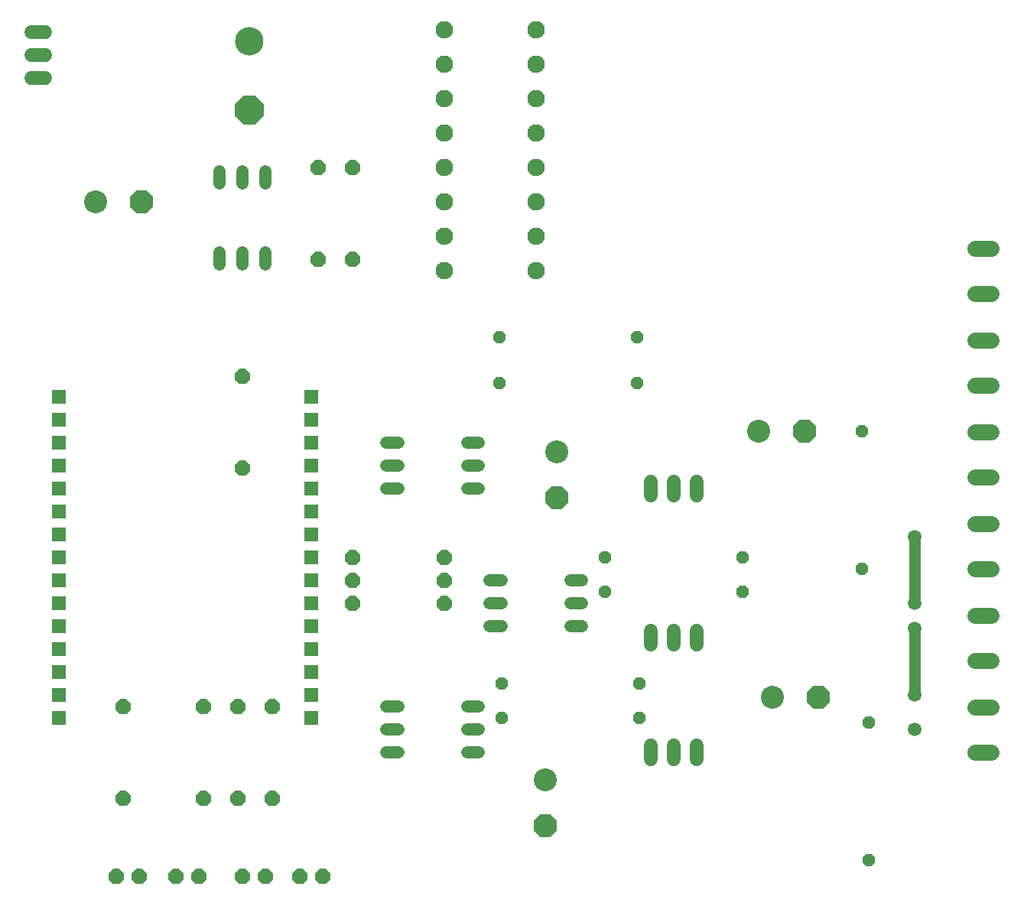
<source format=gbr>
G04 EAGLE Gerber RS-274X export*
G75*
%MOMM*%
%FSLAX34Y34*%
%LPD*%
%INTop Copper*%
%IPPOS*%
%AMOC8*
5,1,8,0,0,1.08239X$1,22.5*%
G01*
%ADD10C,1.320800*%
%ADD11C,1.930400*%
%ADD12P,1.814519X8X292.500000*%
%ADD13C,1.524000*%
%ADD14P,3.409096X8X292.500000*%
%ADD15C,3.149600*%
%ADD16C,2.540000*%
%ADD17P,2.749271X8X22.500000*%
%ADD18P,1.814519X8X22.500000*%
%ADD19P,1.814519X8X112.500000*%
%ADD20P,1.429621X8X22.500000*%
%ADD21P,1.429621X8X112.500000*%
%ADD22C,1.790700*%
%ADD23R,1.508000X1.508000*%
%ADD24P,2.749271X8X292.500000*%
%ADD25C,1.500000*%
%ADD26C,1.270000*%


D10*
X220980Y782320D02*
X220980Y795528D01*
X195580Y795528D02*
X195580Y782320D01*
X195580Y706120D02*
X195580Y692912D01*
X220980Y692912D02*
X220980Y706120D01*
X170180Y782320D02*
X170180Y795528D01*
X170180Y706120D02*
X170180Y692912D01*
D11*
X419100Y685800D03*
X520700Y685800D03*
X520700Y800100D03*
X419100Y800100D03*
X419100Y723900D03*
X520700Y723900D03*
X520700Y762000D03*
X419100Y762000D03*
D12*
X279400Y800100D03*
X279400Y698500D03*
X195580Y568960D03*
X195580Y467360D03*
D11*
X419100Y838200D03*
X520700Y838200D03*
X520700Y952500D03*
X419100Y952500D03*
X419100Y876300D03*
X520700Y876300D03*
X520700Y914400D03*
X419100Y914400D03*
D13*
X-22860Y949960D02*
X-38100Y949960D01*
X-38100Y924560D02*
X-22860Y924560D01*
X-22860Y899160D02*
X-38100Y899160D01*
D14*
X203200Y863600D03*
D15*
X203200Y939800D03*
D16*
X33020Y762000D03*
D17*
X83820Y762000D03*
D18*
X55880Y15240D03*
X81280Y15240D03*
D19*
X63500Y101600D03*
X63500Y203200D03*
D10*
X355092Y495300D02*
X368300Y495300D01*
X368300Y469900D02*
X355092Y469900D01*
X444500Y469900D02*
X457708Y469900D01*
X457708Y495300D02*
X444500Y495300D01*
X368300Y444500D02*
X355092Y444500D01*
X444500Y444500D02*
X457708Y444500D01*
D13*
X698500Y452120D02*
X698500Y436880D01*
X673100Y436880D02*
X673100Y452120D01*
X647700Y452120D02*
X647700Y436880D01*
D18*
X317500Y368300D03*
X419100Y368300D03*
D20*
X480060Y612140D03*
X632460Y612140D03*
X480060Y561340D03*
X632460Y561340D03*
D21*
X881380Y355600D03*
X881380Y508000D03*
D10*
X368300Y203200D02*
X355092Y203200D01*
X355092Y177800D02*
X368300Y177800D01*
X444500Y177800D02*
X457708Y177800D01*
X457708Y203200D02*
X444500Y203200D01*
X368300Y152400D02*
X355092Y152400D01*
X444500Y152400D02*
X457708Y152400D01*
D13*
X698500Y160020D02*
X698500Y144780D01*
X673100Y144780D02*
X673100Y160020D01*
X647700Y160020D02*
X647700Y144780D01*
D18*
X317500Y317500D03*
X419100Y317500D03*
D20*
X482600Y228600D03*
X635000Y228600D03*
X482600Y190500D03*
X635000Y190500D03*
D21*
X889000Y33020D03*
X889000Y185420D03*
D10*
X482600Y342900D02*
X469392Y342900D01*
X469392Y317500D02*
X482600Y317500D01*
X558800Y317500D02*
X572008Y317500D01*
X572008Y342900D02*
X558800Y342900D01*
X482600Y292100D02*
X469392Y292100D01*
X558800Y292100D02*
X572008Y292100D01*
D13*
X698500Y287020D02*
X698500Y271780D01*
X673100Y271780D02*
X673100Y287020D01*
X647700Y287020D02*
X647700Y271780D01*
D18*
X317500Y342900D03*
X419100Y342900D03*
D20*
X596900Y368300D03*
X749300Y368300D03*
X596900Y330200D03*
X749300Y330200D03*
D18*
X121920Y15240D03*
X147320Y15240D03*
D19*
X152400Y101600D03*
X152400Y203200D03*
D18*
X259080Y15240D03*
X284480Y15240D03*
D19*
X228600Y101600D03*
X228600Y203200D03*
D18*
X195580Y15240D03*
X220980Y15240D03*
D19*
X190500Y101600D03*
X190500Y203200D03*
D22*
X1007047Y507600D02*
X1024954Y507600D01*
X1024954Y457600D02*
X1007047Y457600D01*
X1007047Y406000D02*
X1024954Y406000D01*
X1024954Y356000D02*
X1007047Y356000D01*
X1007047Y304400D02*
X1024954Y304400D01*
X1024954Y254400D02*
X1007047Y254400D01*
X1007047Y202800D02*
X1024954Y202800D01*
X1024954Y152800D02*
X1007047Y152800D01*
D19*
X317500Y698500D03*
X317500Y800100D03*
D23*
X-7620Y546100D03*
X-7620Y520700D03*
X-7620Y495300D03*
X-7620Y469900D03*
X-7620Y444500D03*
X-7620Y419100D03*
X-7620Y393700D03*
X-7620Y368300D03*
X-7620Y342900D03*
X-7620Y317500D03*
X-7620Y292100D03*
X-7620Y266700D03*
X-7620Y241300D03*
X-7620Y215900D03*
X-7620Y190500D03*
X271780Y546100D03*
X271780Y520700D03*
X271780Y495300D03*
X271780Y469900D03*
X271780Y444500D03*
X271780Y419100D03*
X271780Y393700D03*
X271780Y368300D03*
X271780Y342900D03*
X271780Y317500D03*
X271780Y292100D03*
X271780Y266700D03*
X271780Y241300D03*
X271780Y215900D03*
X271780Y190500D03*
D22*
X1007047Y609200D02*
X1024954Y609200D01*
X1024954Y559200D02*
X1007047Y559200D01*
X1007047Y710800D02*
X1024954Y710800D01*
X1024954Y660800D02*
X1007047Y660800D01*
D16*
X543560Y485140D03*
D24*
X543560Y434340D03*
D16*
X530860Y121920D03*
D24*
X530860Y71120D03*
D16*
X782320Y213360D03*
D17*
X833120Y213360D03*
D16*
X767080Y508000D03*
D17*
X817880Y508000D03*
D25*
X939800Y391160D03*
X939800Y317500D03*
X939800Y177800D03*
D26*
X939800Y317500D02*
X939800Y391160D01*
D25*
X939800Y289560D03*
X939800Y215900D03*
D26*
X939800Y289560D01*
M02*

</source>
